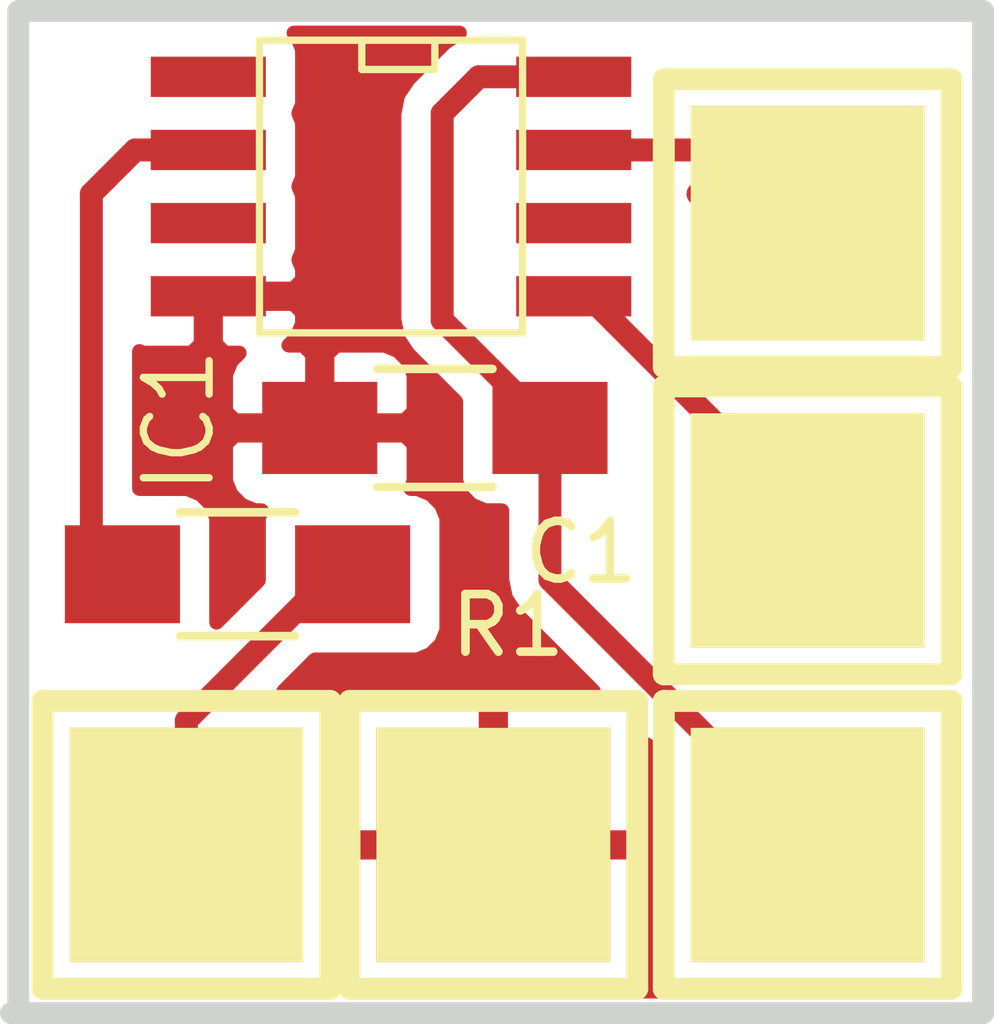
<source format=kicad_pcb>
(kicad_pcb (version 4) (host pcbnew "(2014-jul-16 BZR unknown)-product")

  (general
    (links 8)
    (no_connects 0)
    (area 78.549499 49.339499 95.821501 67.119501)
    (thickness 1.6002)
    (drawings 5)
    (tracks 21)
    (zones 0)
    (modules 8)
    (nets 7)
  )

  (page A4)
  (title_block
    (date "19 feb 2014")
  )

  (layers
    (0 Front signal)
    (31 Back signal)
    (32 B.Adhes user)
    (33 F.Adhes user)
    (34 B.Paste user)
    (35 F.Paste user)
    (36 B.SilkS user)
    (37 F.SilkS user hide)
    (38 B.Mask user)
    (39 F.Mask user)
    (40 Dwgs.User user)
    (41 Cmts.User user)
    (42 Eco1.User user)
    (43 Eco2.User user)
    (44 Edge.Cuts user)
  )

  (setup
    (last_trace_width 0.39878)
    (trace_clearance 0.254)
    (zone_clearance 0.508)
    (zone_45_only no)
    (trace_min 0.2032)
    (segment_width 0.381)
    (edge_width 0.381)
    (via_size 0.889)
    (via_drill 0.635)
    (via_min_size 0.889)
    (via_min_drill 0.508)
    (uvia_size 0.508)
    (uvia_drill 0.127)
    (uvias_allowed no)
    (uvia_min_size 0.508)
    (uvia_min_drill 0.127)
    (pcb_text_width 0.3048)
    (pcb_text_size 1.524 2.032)
    (mod_edge_width 0.381)
    (mod_text_size 1.524 1.524)
    (mod_text_width 0.3048)
    (pad_size 0.7 2)
    (pad_drill 0)
    (pad_to_mask_clearance 0.254)
    (aux_axis_origin 0 0)
    (visible_elements FFFFFF7F)
    (pcbplotparams
      (layerselection 0x00030_80000001)
      (usegerberextensions true)
      (excludeedgelayer true)
      (linewidth 0.150000)
      (plotframeref false)
      (viasonmask false)
      (mode 1)
      (useauxorigin false)
      (hpglpennumber 1)
      (hpglpenspeed 20)
      (hpglpendiameter 15)
      (hpglpenoverlay 0)
      (psnegative false)
      (psa4output false)
      (plotreference true)
      (plotvalue false)
      (plotinvisibletext false)
      (padsonsilk false)
      (subtractmaskfromsilk false)
      (outputformat 1)
      (mirror false)
      (drillshape 1)
      (scaleselection 1)
      (outputdirectory "/home/nail/Ubuntu One/elektronika/autoradio/emulator/chorus_to_concert/MODE_switch_emulator/new/"))
  )

  (net 0 "")
  (net 1 +5V)
  (net 2 /BUTTON)
  (net 3 /LED)
  (net 4 /RC)
  (net 5 GND)
  (net 6 "Net-(IC1-Pad2)")

  (net_class Default "This is the default net class."
    (clearance 0.254)
    (trace_width 0.39878)
    (via_dia 0.889)
    (via_drill 0.635)
    (uvia_dia 0.508)
    (uvia_drill 0.127)
    (add_net +5V)
    (add_net /BUTTON)
    (add_net /LED)
    (add_net /RC)
    (add_net GND)
    (add_net "Net-(IC1-Pad2)")
  )

  (module Capacitors_SMD:C_1206_HandSoldering (layer Front) (tedit 543271D4) (tstamp 54336E9B)
    (at 86.106 56.769 180)
    (descr "Capacitor SMD 1206, hand soldering")
    (tags "capacitor 1206")
    (path /54326E19)
    (attr smd)
    (fp_text reference C1 (at -2.54 -2.159 180) (layer F.SilkS)
      (effects (font (size 1 1) (thickness 0.15)))
    )
    (fp_text value C (at -3.048 -2.286 180) (layer F.SilkS) hide
      (effects (font (size 1 1) (thickness 0.15)))
    )
    (fp_line (start -3.3 -1.15) (end 3.3 -1.15) (layer F.CrtYd) (width 0.05))
    (fp_line (start -3.3 1.15) (end 3.3 1.15) (layer F.CrtYd) (width 0.05))
    (fp_line (start -3.3 -1.15) (end -3.3 1.15) (layer F.CrtYd) (width 0.05))
    (fp_line (start 3.3 -1.15) (end 3.3 1.15) (layer F.CrtYd) (width 0.05))
    (fp_line (start 1 -1.025) (end -1 -1.025) (layer F.SilkS) (width 0.15))
    (fp_line (start -1 1.025) (end 1 1.025) (layer F.SilkS) (width 0.15))
    (pad 1 smd rect (at -2 0 180) (size 2 1.6) (layers Front F.Paste F.Mask)
      (net 1 +5V))
    (pad 2 smd rect (at 2 0 180) (size 2 1.6) (layers Front F.Paste F.Mask)
      (net 5 GND))
    (model Capacitors_SMD/C_1206N.wrl
      (at (xyz 0 0 0))
      (scale (xyz 1 1 1))
      (rotate (xyz 0 0 0))
    )
  )

  (module SMD_Packages:1Pin (layer Front) (tedit 54327133) (tstamp 54336A36)
    (at 87.122 64.008)
    (descr "module 1 pin (ou trou mecanique de percage)")
    (tags DEV)
    (path /5304C9F0)
    (fp_text reference P1 (at 0 -3.50012) (layer F.SilkS) hide
      (effects (font (size 1.016 1.016) (thickness 0.254)))
    )
    (fp_text value CONN_1 (at 0.24892 3.74904) (layer F.SilkS) hide
      (effects (font (size 1.016 1.016) (thickness 0.254)))
    )
    (fp_line (start -2.49936 -2.49936) (end 2.49936 -2.49936) (layer F.SilkS) (width 0.381))
    (fp_line (start 2.49936 -2.49936) (end 2.49936 2.49936) (layer F.SilkS) (width 0.381))
    (fp_line (start 2.49936 2.49936) (end -2.49936 2.49936) (layer F.SilkS) (width 0.381))
    (fp_line (start -2.49936 2.49936) (end -2.49936 -2.49936) (layer F.SilkS) (width 0.381))
    (pad 1 smd rect (at 0 0) (size 4.064 4.064) (layers Front F.Paste F.SilkS F.Mask)
      (net 5 GND))
  )

  (module SMD_Packages:1Pin (layer Front) (tedit 54327137) (tstamp 54336A3E)
    (at 92.583 64.008)
    (descr "module 1 pin (ou trou mecanique de percage)")
    (tags DEV)
    (path /5304C9F6)
    (fp_text reference P2 (at 0 -3.50012) (layer F.SilkS) hide
      (effects (font (size 1.016 1.016) (thickness 0.254)))
    )
    (fp_text value CONN_1 (at 0.24892 3.74904) (layer F.SilkS) hide
      (effects (font (size 1.016 1.016) (thickness 0.254)))
    )
    (fp_line (start -2.49936 -2.49936) (end 2.49936 -2.49936) (layer F.SilkS) (width 0.381))
    (fp_line (start 2.49936 -2.49936) (end 2.49936 2.49936) (layer F.SilkS) (width 0.381))
    (fp_line (start 2.49936 2.49936) (end -2.49936 2.49936) (layer F.SilkS) (width 0.381))
    (fp_line (start -2.49936 2.49936) (end -2.49936 -2.49936) (layer F.SilkS) (width 0.381))
    (pad 1 smd rect (at 0 0) (size 4.064 4.064) (layers Front F.Paste F.SilkS F.Mask)
      (net 1 +5V))
  )

  (module SMD_Packages:1Pin (layer Front) (tedit 54327146) (tstamp 54336A46)
    (at 92.583 53.213)
    (descr "module 1 pin (ou trou mecanique de percage)")
    (tags DEV)
    (path /5304C9F7)
    (fp_text reference P3 (at 0 -3.50012) (layer F.SilkS) hide
      (effects (font (size 1.016 1.016) (thickness 0.254)))
    )
    (fp_text value CONN_1 (at 0.24892 3.74904) (layer F.SilkS) hide
      (effects (font (size 1.016 1.016) (thickness 0.254)))
    )
    (fp_line (start -2.49936 -2.49936) (end 2.49936 -2.49936) (layer F.SilkS) (width 0.381))
    (fp_line (start 2.49936 -2.49936) (end 2.49936 2.49936) (layer F.SilkS) (width 0.381))
    (fp_line (start 2.49936 2.49936) (end -2.49936 2.49936) (layer F.SilkS) (width 0.381))
    (fp_line (start -2.49936 2.49936) (end -2.49936 -2.49936) (layer F.SilkS) (width 0.381))
    (pad 1 smd rect (at 0 0) (size 4.064 4.064) (layers Front F.Paste F.SilkS F.Mask)
      (net 2 /BUTTON))
  )

  (module SMD_Packages:1Pin (layer Front) (tedit 54327143) (tstamp 54336A4E)
    (at 92.583 58.547)
    (descr "module 1 pin (ou trou mecanique de percage)")
    (tags DEV)
    (path /5304C9F9)
    (fp_text reference P4 (at 0 -3.50012) (layer F.SilkS) hide
      (effects (font (size 1.016 1.016) (thickness 0.254)))
    )
    (fp_text value CONN_1 (at 0.24892 3.74904) (layer F.SilkS) hide
      (effects (font (size 1.016 1.016) (thickness 0.254)))
    )
    (fp_line (start -2.49936 -2.49936) (end 2.49936 -2.49936) (layer F.SilkS) (width 0.381))
    (fp_line (start 2.49936 -2.49936) (end 2.49936 2.49936) (layer F.SilkS) (width 0.381))
    (fp_line (start 2.49936 2.49936) (end -2.49936 2.49936) (layer F.SilkS) (width 0.381))
    (fp_line (start -2.49936 2.49936) (end -2.49936 -2.49936) (layer F.SilkS) (width 0.381))
    (pad 1 smd rect (at 0 0) (size 4.064 4.064) (layers Front F.Paste F.SilkS F.Mask)
      (net 3 /LED))
  )

  (module SMD_Packages:1Pin (layer Front) (tedit 5432712F) (tstamp 54336A56)
    (at 81.788 64.008)
    (descr "module 1 pin (ou trou mecanique de percage)")
    (tags DEV)
    (path /5304C9FB)
    (fp_text reference P5 (at 0 -3.50012) (layer F.SilkS) hide
      (effects (font (size 1.016 1.016) (thickness 0.254)))
    )
    (fp_text value CONN_1 (at 0.24892 3.74904) (layer F.SilkS) hide
      (effects (font (size 1.016 1.016) (thickness 0.254)))
    )
    (fp_line (start -2.49936 -2.49936) (end 2.49936 -2.49936) (layer F.SilkS) (width 0.381))
    (fp_line (start 2.49936 -2.49936) (end 2.49936 2.49936) (layer F.SilkS) (width 0.381))
    (fp_line (start 2.49936 2.49936) (end -2.49936 2.49936) (layer F.SilkS) (width 0.381))
    (fp_line (start -2.49936 2.49936) (end -2.49936 -2.49936) (layer F.SilkS) (width 0.381))
    (pad 1 smd rect (at 0 0) (size 4.064 4.064) (layers Front F.Paste F.SilkS F.Mask)
      (net 4 /RC))
  )

  (module Resistors_SMD:R_1206_HandSoldering (layer Front) (tedit 543271D6) (tstamp 54336A5E)
    (at 82.677 59.309 180)
    (descr "Resistor SMD 1206, hand soldering")
    (tags "resistor 1206")
    (path /5304AC78)
    (attr smd)
    (fp_text reference R1 (at -4.699 -0.889 180) (layer F.SilkS)
      (effects (font (size 1 1) (thickness 0.15)))
    )
    (fp_text value 4k7 (at 0 2.3 180) (layer F.SilkS) hide
      (effects (font (size 1 1) (thickness 0.15)))
    )
    (fp_line (start -3.3 -1.2) (end 3.3 -1.2) (layer F.CrtYd) (width 0.05))
    (fp_line (start -3.3 1.2) (end 3.3 1.2) (layer F.CrtYd) (width 0.05))
    (fp_line (start -3.3 -1.2) (end -3.3 1.2) (layer F.CrtYd) (width 0.05))
    (fp_line (start 3.3 -1.2) (end 3.3 1.2) (layer F.CrtYd) (width 0.05))
    (fp_line (start 1 1.075) (end -1 1.075) (layer F.SilkS) (width 0.15))
    (fp_line (start -1 -1.075) (end 1 -1.075) (layer F.SilkS) (width 0.15))
    (pad 1 smd rect (at -2 0 180) (size 2 1.7) (layers Front F.Paste F.Mask)
      (net 4 /RC))
    (pad 2 smd rect (at 2 0 180) (size 2 1.7) (layers Front F.Paste F.Mask)
      (net 6 "Net-(IC1-Pad2)"))
    (model Resistors_SMD/R_1206.wrl
      (at (xyz 0 0 0))
      (scale (xyz 1 1 1))
      (rotate (xyz 0 0 0))
    )
  )

  (module my_modules:SOIC-8-N_wide_pads (layer Front) (tedit 5432716B) (tstamp 54336E8E)
    (at 85.344 52.578 270)
    (descr "Module Narrow CMS SOJ 8 pins large")
    (tags "CMS SOJ")
    (path /53049CE1)
    (attr smd)
    (fp_text reference IC1 (at 4.064 3.683 270) (layer F.SilkS)
      (effects (font (size 1.143 1.016) (thickness 0.127)))
    )
    (fp_text value ATTINY85-P (at 0 1.27 270) (layer F.SilkS) hide
      (effects (font (size 1.016 1.016) (thickness 0.127)))
    )
    (fp_line (start -2.54 -2.286) (end 2.54 -2.286) (layer F.SilkS) (width 0.127))
    (fp_line (start 2.54 -2.286) (end 2.54 2.286) (layer F.SilkS) (width 0.127))
    (fp_line (start 2.54 2.286) (end -2.54 2.286) (layer F.SilkS) (width 0.127))
    (fp_line (start -2.54 2.286) (end -2.54 -2.286) (layer F.SilkS) (width 0.127))
    (fp_line (start -2.54 -0.762) (end -2.032 -0.762) (layer F.SilkS) (width 0.127))
    (fp_line (start -2.032 -0.762) (end -2.032 0.508) (layer F.SilkS) (width 0.127))
    (fp_line (start -2.032 0.508) (end -2.54 0.508) (layer F.SilkS) (width 0.127))
    (pad 8 smd rect (at -1.905 -3.175 270) (size 0.7 2) (layers Front F.Paste F.Mask)
      (net 1 +5V))
    (pad 7 smd rect (at -0.635 -3.175 270) (size 0.7 2) (layers Front F.Paste F.Mask)
      (net 2 /BUTTON))
    (pad 6 smd rect (at 0.635 -3.175 270) (size 0.7 2) (layers Front F.Paste F.Mask))
    (pad 5 smd rect (at 1.905 -3.175 270) (size 0.7 2) (layers Front F.Paste F.Mask)
      (net 3 /LED))
    (pad 4 smd rect (at 1.905 3.175 270) (size 0.7 2) (layers Front F.Paste F.Mask)
      (net 5 GND))
    (pad 3 smd rect (at 0.635 3.175 270) (size 0.7 2) (layers Front F.Paste F.Mask))
    (pad 2 smd rect (at -0.635 3.175 270) (size 0.7 2) (layers Front F.Paste F.Mask)
      (net 6 "Net-(IC1-Pad2)"))
    (pad 1 smd rect (at -1.905 3.175 270) (size 0.7 2) (layers Front F.Paste F.Mask))
    (model smd/cms_so8.wrl
      (at (xyz 0 0 0))
      (scale (xyz 0.5 0.38 0.5))
      (rotate (xyz 0 0 0))
    )
  )

  (gr_line (start 78.867 66.929) (end 78.994 66.929) (angle 90) (layer Edge.Cuts) (width 0.381))
  (gr_line (start 78.867 49.53) (end 78.867 66.929) (angle 90) (layer Edge.Cuts) (width 0.381))
  (gr_line (start 95.631 49.53) (end 78.867 49.53) (angle 90) (layer Edge.Cuts) (width 0.381))
  (gr_line (start 95.631 66.929) (end 95.631 49.53) (angle 90) (layer Edge.Cuts) (width 0.381))
  (gr_line (start 78.74 66.929) (end 95.631 66.929) (angle 90) (layer Edge.Cuts) (width 0.381))

  (segment (start 88.519 50.673) (end 86.868 50.673) (width 0.39878) (layer Front) (net 1))
  (segment (start 88.106 59.404) (end 92.583 63.881) (width 0.39878) (layer Front) (net 1) (tstamp 54336D43))
  (segment (start 88.106 56.769) (end 88.106 59.404) (width 0.39878) (layer Front) (net 1))
  (segment (start 86.868 50.673) (end 86.233 51.308) (width 0.39878) (layer Front) (net 1) (tstamp 54336D48))
  (segment (start 86.233 51.308) (end 86.233 54.896) (width 0.39878) (layer Front) (net 1) (tstamp 54336D49))
  (segment (start 86.233 54.896) (end 88.106 56.769) (width 0.39878) (layer Front) (net 1) (tstamp 54336D4A))
  (segment (start 92.583 63.881) (end 92.583 64.008) (width 0.39878) (layer Front) (net 1) (tstamp 54336D45))
  (segment (start 88.519 51.943) (end 91.821 51.943) (width 0.39878) (layer Front) (net 2))
  (segment (start 91.821 51.943) (end 92.583 52.705) (width 0.39878) (layer Front) (net 2) (tstamp 54336D51))
  (segment (start 92.583 52.705) (end 90.678 52.705) (width 0.39878) (layer Front) (net 2))
  (segment (start 88.773 54.483) (end 92.583 58.293) (width 0.39878) (layer Front) (net 3) (tstamp 54336D4E))
  (segment (start 88.519 54.483) (end 88.773 54.483) (width 0.39878) (layer Front) (net 3))
  (segment (start 92.583 58.039) (end 92.583 58.293) (width 0.39878) (layer Front) (net 3) (tstamp 54336CF5))
  (segment (start 84.677 59.309) (end 84.328 59.309) (width 0.39878) (layer Front) (net 4))
  (segment (start 84.328 59.309) (end 81.788 61.849) (width 0.39878) (layer Front) (net 4) (tstamp 54336D39))
  (segment (start 81.788 61.849) (end 81.788 64.008) (width 0.39878) (layer Front) (net 4) (tstamp 54336D3A))
  (segment (start 82.169 54.483) (end 82.169 54.832) (width 0.39878) (layer Front) (net 5))
  (segment (start 82.169 51.943) (end 80.899 51.943) (width 0.39878) (layer Front) (net 6))
  (segment (start 80.899 51.943) (end 80.137 52.705) (width 0.39878) (layer Front) (net 6) (tstamp 54336D31))
  (segment (start 80.137 52.705) (end 80.137 58.769) (width 0.39878) (layer Front) (net 6) (tstamp 54336D32))
  (segment (start 80.137 58.769) (end 80.677 59.309) (width 0.39878) (layer Front) (net 6) (tstamp 54336D33))

  (zone (net 5) (net_name GND) (layer Front) (tstamp 54336D66) (hatch edge 0.508)
    (connect_pads (clearance 0.508))
    (min_thickness 0.254)
    (fill yes (arc_segments 16) (thermal_gap 0.508) (thermal_bridge_width 0.508))
    (polygon
      (pts
        (xy 95.377 66.675) (xy 79.121 66.675) (xy 79.121 49.784) (xy 95.377 49.784)
      )
    )
    (filled_polygon
      (pts
        (xy 90.160974 66.548) (xy 89.544025 66.548) (xy 89.692327 66.399699) (xy 89.789 66.16631) (xy 89.789 65.913691)
        (xy 89.789 64.29375) (xy 89.63025 64.135) (xy 87.249 64.135) (xy 87.249 64.155) (xy 86.995 64.155)
        (xy 86.995 64.135) (xy 84.61375 64.135) (xy 84.455 64.29375) (xy 84.455 63.72225) (xy 84.61375 63.881)
        (xy 86.995 63.881) (xy 86.995 61.49975) (xy 86.83625 61.341) (xy 84.963691 61.341) (xy 84.730302 61.437673)
        (xy 84.551673 61.616301) (xy 84.455 61.84969) (xy 84.455 61.849691) (xy 84.358327 61.616302) (xy 84.179699 61.437673)
        (xy 83.94631 61.341) (xy 83.693691 61.341) (xy 83.476006 61.341) (xy 84.023006 60.794) (xy 85.803309 60.794)
        (xy 86.036698 60.697327) (xy 86.215327 60.518699) (xy 86.312 60.28531) (xy 86.312 60.032691) (xy 86.312 58.332691)
        (xy 86.215327 58.099302) (xy 86.036699 57.920673) (xy 85.80331 57.824) (xy 85.687694 57.824) (xy 85.741 57.69531)
        (xy 85.741 57.442691) (xy 85.741 57.05475) (xy 85.741 56.48325) (xy 85.741 56.095309) (xy 85.741 55.84269)
        (xy 85.644327 55.609301) (xy 85.465698 55.430673) (xy 85.232309 55.334) (xy 84.39175 55.334) (xy 84.233 55.49275)
        (xy 84.233 56.642) (xy 85.58225 56.642) (xy 85.741 56.48325) (xy 85.741 57.05475) (xy 85.58225 56.896)
        (xy 84.233 56.896) (xy 84.233 56.916) (xy 83.979 56.916) (xy 83.979 56.896) (xy 83.979 56.642)
        (xy 83.979 55.49275) (xy 83.82025 55.334) (xy 83.566025 55.334) (xy 83.707327 55.192698) (xy 83.804 54.959309)
        (xy 83.804 54.76875) (xy 83.64525 54.61) (xy 82.296 54.61) (xy 82.296 55.30925) (xy 82.45475 55.468)
        (xy 82.708974 55.468) (xy 82.567673 55.609301) (xy 82.471 55.84269) (xy 82.471 56.095309) (xy 82.471 56.48325)
        (xy 82.62975 56.642) (xy 83.979 56.642) (xy 83.979 56.896) (xy 82.62975 56.896) (xy 82.471 57.05475)
        (xy 82.471 57.442691) (xy 82.471 57.69531) (xy 82.567673 57.928699) (xy 82.746302 58.107327) (xy 82.979691 58.204)
        (xy 83.095305 58.204) (xy 83.042 58.33269) (xy 83.042 58.585309) (xy 83.042 59.414994) (xy 82.312 60.144994)
        (xy 82.312 60.032691) (xy 82.312 58.332691) (xy 82.215327 58.099302) (xy 82.036699 57.920673) (xy 81.80331 57.824)
        (xy 81.550691 57.824) (xy 80.97139 57.824) (xy 80.97139 55.438466) (xy 81.04269 55.468) (xy 81.295309 55.468)
        (xy 81.88325 55.468) (xy 82.042 55.30925) (xy 82.042 54.61) (xy 82.022 54.61) (xy 82.022 54.356)
        (xy 82.042 54.356) (xy 82.042 54.336) (xy 82.296 54.336) (xy 82.296 54.356) (xy 83.64525 54.356)
        (xy 83.804 54.19725) (xy 83.804 54.006691) (xy 83.738268 53.848) (xy 83.804 53.68931) (xy 83.804 53.436691)
        (xy 83.804 52.736691) (xy 83.738268 52.578) (xy 83.804 52.41931) (xy 83.804 52.166691) (xy 83.804 51.466691)
        (xy 83.738268 51.308) (xy 83.804 51.14931) (xy 83.804 50.896691) (xy 83.804 50.196691) (xy 83.707327 49.963302)
        (xy 83.655025 49.911) (xy 86.535409 49.911) (xy 86.277997 50.082997) (xy 85.642997 50.717997) (xy 85.462124 50.988692)
        (xy 85.39861 51.308) (xy 85.39861 54.896) (xy 85.462124 55.215308) (xy 85.642997 55.486003) (xy 86.471 56.314006)
        (xy 86.471 57.695309) (xy 86.567673 57.928698) (xy 86.746301 58.107327) (xy 86.97969 58.204) (xy 87.232309 58.204)
        (xy 87.27161 58.204) (xy 87.27161 59.404) (xy 87.335124 59.723308) (xy 87.515997 59.994003) (xy 88.862994 61.341)
        (xy 87.40775 61.341) (xy 87.249 61.49975) (xy 87.249 63.881) (xy 89.63025 63.881) (xy 89.789 63.72225)
        (xy 89.789 62.267006) (xy 89.916 62.394006) (xy 89.916 66.166309) (xy 90.012673 66.399698) (xy 90.160974 66.548)
      )
    )
  )
)

</source>
